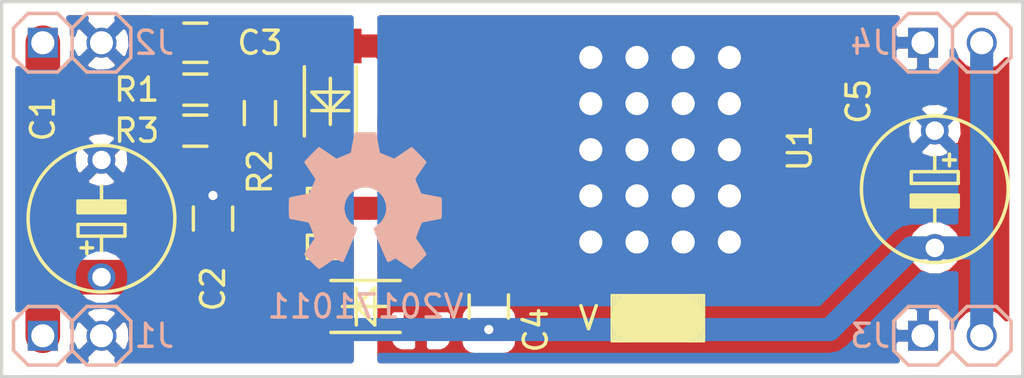
<source format=kicad_pcb>
(kicad_pcb (version 4) (host pcbnew 4.0.7-e2-6376~58~ubuntu17.04.1)

  (general
    (links 48)
    (no_connects 0)
    (area 103.556999 57.836999 147.903001 74.243001)
    (thickness 1.6)
    (drawings 4)
    (tracks 43)
    (zones 0)
    (modules 18)
    (nets 5)
  )

  (page A4)
  (layers
    (0 F.Cu signal)
    (31 B.Cu signal)
    (32 B.Adhes user)
    (33 F.Adhes user)
    (34 B.Paste user)
    (35 F.Paste user)
    (36 B.SilkS user)
    (37 F.SilkS user)
    (38 B.Mask user)
    (39 F.Mask user)
    (40 Dwgs.User user)
    (41 Cmts.User user)
    (42 Eco1.User user)
    (43 Eco2.User user)
    (44 Edge.Cuts user)
    (45 Margin user)
    (46 B.CrtYd user)
    (47 F.CrtYd user)
    (48 B.Fab user)
    (49 F.Fab user)
  )

  (setup
    (last_trace_width 1)
    (user_trace_width 0.2)
    (user_trace_width 0.3)
    (user_trace_width 0.4)
    (user_trace_width 0.6)
    (user_trace_width 0.8)
    (user_trace_width 1)
    (user_trace_width 1.5)
    (user_trace_width 2)
    (trace_clearance 0.2)
    (zone_clearance 0.508)
    (zone_45_only no)
    (trace_min 0.2)
    (segment_width 0.2)
    (edge_width 0.15)
    (via_size 0.6)
    (via_drill 0.4)
    (via_min_size 0.4)
    (via_min_drill 0.3)
    (user_via 0.5 0.3)
    (user_via 0.6 0.4)
    (user_via 0.7 0.5)
    (user_via 0.8 0.6)
    (user_via 1 0.8)
    (user_via 1.3 1)
    (user_via 1.8 1.5)
    (user_via 2.3 2)
    (uvia_size 0.3)
    (uvia_drill 0.1)
    (uvias_allowed no)
    (uvia_min_size 0.2)
    (uvia_min_drill 0.1)
    (pcb_text_width 0.3)
    (pcb_text_size 1.5 1.5)
    (mod_edge_width 0.15)
    (mod_text_size 1 1)
    (mod_text_width 0.15)
    (pad_size 1.35 4.6)
    (pad_drill 0)
    (pad_to_mask_clearance 0.1)
    (aux_axis_origin 0 0)
    (visible_elements FFFFFF7F)
    (pcbplotparams
      (layerselection 0x00030_80000001)
      (usegerberextensions false)
      (excludeedgelayer true)
      (linewidth 0.100000)
      (plotframeref false)
      (viasonmask false)
      (mode 1)
      (useauxorigin false)
      (hpglpennumber 1)
      (hpglpenspeed 20)
      (hpglpendiameter 15)
      (hpglpenoverlay 2)
      (psnegative false)
      (psa4output false)
      (plotreference true)
      (plotvalue true)
      (plotinvisibletext false)
      (padsonsilk false)
      (subtractmaskfromsilk false)
      (outputformat 1)
      (mirror false)
      (drillshape 1)
      (scaleselection 1)
      (outputdirectory ""))
  )

  (net 0 "")
  (net 1 IN)
  (net 2 GND)
  (net 3 ADJ)
  (net 4 OUT)

  (net_class Default "This is the default net class."
    (clearance 0.2)
    (trace_width 0.25)
    (via_dia 0.6)
    (via_drill 0.4)
    (uvia_dia 0.3)
    (uvia_drill 0.1)
    (add_net ADJ)
    (add_net GND)
    (add_net IN)
    (add_net OUT)
  )

  (module SquantorRcl:CPOL-05-06 (layer F.Cu) (tedit 59DBBD21) (tstamp 59DBBC4D)
    (at 107.95 67.31 90)
    (descr "ELECTROLYTIC CAPACITOR")
    (tags "ELECTROLYTIC CAPACITOR")
    (path /59DBADF9)
    (attr virtual)
    (fp_text reference C1 (at 4.318 -2.54 90) (layer F.SilkS)
      (effects (font (size 1 1) (thickness 0.15)))
    )
    (fp_text value CP (at 0 4 90) (layer F.Fab) hide
      (effects (font (size 1 1) (thickness 0.15)))
    )
    (fp_line (start 0.5 -0.8) (end 0.5 0.8) (layer F.SilkS) (width 0.5))
    (fp_line (start 0.254 1.016) (end 0.762 1.016) (layer F.SilkS) (width 0.15))
    (fp_line (start 0.762 1.016) (end 0.762 -1.016) (layer F.SilkS) (width 0.15))
    (fp_line (start 0.254 -1.016) (end 0.762 -1.016) (layer F.SilkS) (width 0.15))
    (fp_line (start 0.254 1.016) (end 0.254 -1.016) (layer F.SilkS) (width 0.15))
    (fp_line (start -1.397 0) (end -0.762 0) (layer F.SilkS) (width 0.15))
    (fp_line (start -0.762 0) (end -0.762 1.016) (layer F.SilkS) (width 0.15))
    (fp_line (start -0.762 1.016) (end -0.254 1.016) (layer F.SilkS) (width 0.15))
    (fp_line (start -0.254 1.016) (end -0.254 -1.016) (layer F.SilkS) (width 0.15))
    (fp_line (start -0.254 -1.016) (end -0.762 -1.016) (layer F.SilkS) (width 0.15))
    (fp_line (start -0.762 -1.016) (end -0.762 0) (layer F.SilkS) (width 0.15))
    (fp_line (start 0.635 0) (end 1.397 0) (layer F.SilkS) (width 0.15))
    (fp_line (start -1.524 -0.635) (end -1.016 -0.635) (layer F.SilkS) (width 0.15))
    (fp_line (start -1.27 -0.381) (end -1.27 -0.889) (layer F.SilkS) (width 0.15))
    (fp_arc (start 0 0) (end -2.8702 -1.35636) (angle 129.3) (layer F.SilkS) (width 0.15))
    (fp_arc (start 0 0) (end 2.8702 1.35636) (angle 129.3) (layer F.SilkS) (width 0.15))
    (fp_arc (start 0 0) (end -2.8702 1.35636) (angle 50.6) (layer F.SilkS) (width 0.15))
    (fp_arc (start 0 0) (end 2.8702 -1.35636) (angle 50.6) (layer F.SilkS) (width 0.15))
    (pad 1 thru_hole circle (at -2.54 0 90) (size 1.2 1.2) (drill 0.8) (layers *.Cu *.Mask)
      (net 1 IN))
    (pad 2 thru_hole circle (at 2.54 0 90) (size 1.2 1.2) (drill 0.8) (layers *.Cu *.Mask)
      (net 2 GND))
  )

  (module SquantorRcl:C_0805 (layer F.Cu) (tedit 59DBBD24) (tstamp 59DBBC53)
    (at 112.776 67.31 90)
    (descr "Capacitor SMD 0805, reflow soldering, AVX (see smccp.pdf)")
    (tags "capacitor 0805")
    (path /59DBADC8)
    (attr smd)
    (fp_text reference C2 (at -3.048 0 90) (layer F.SilkS)
      (effects (font (size 1 1) (thickness 0.15)))
    )
    (fp_text value C (at 0 2.1 90) (layer F.Fab) hide
      (effects (font (size 1 1) (thickness 0.15)))
    )
    (fp_line (start -1 0.625) (end -1 -0.625) (layer F.Fab) (width 0.15))
    (fp_line (start 1 0.625) (end -1 0.625) (layer F.Fab) (width 0.15))
    (fp_line (start 1 -0.625) (end 1 0.625) (layer F.Fab) (width 0.15))
    (fp_line (start -1 -0.625) (end 1 -0.625) (layer F.Fab) (width 0.15))
    (fp_line (start -1.8 -1) (end 1.8 -1) (layer F.CrtYd) (width 0.05))
    (fp_line (start -1.8 1) (end 1.8 1) (layer F.CrtYd) (width 0.05))
    (fp_line (start -1.8 -1) (end -1.8 1) (layer F.CrtYd) (width 0.05))
    (fp_line (start 1.8 -1) (end 1.8 1) (layer F.CrtYd) (width 0.05))
    (fp_line (start 0.5 -0.85) (end -0.5 -0.85) (layer F.SilkS) (width 0.15))
    (fp_line (start -0.5 0.85) (end 0.5 0.85) (layer F.SilkS) (width 0.15))
    (pad 1 smd rect (at -1 0 90) (size 1 1.25) (layers F.Cu F.Paste F.Mask)
      (net 1 IN))
    (pad 2 smd rect (at 1 0 90) (size 1 1.25) (layers F.Cu F.Paste F.Mask)
      (net 2 GND))
    (model Capacitors_SMD.3dshapes/C_0805.wrl
      (at (xyz 0 0 0))
      (scale (xyz 1 1 1))
      (rotate (xyz 0 0 0))
    )
  )

  (module SquantorRcl:C_0805 (layer F.Cu) (tedit 59DBBD31) (tstamp 59DBBC59)
    (at 112.014 59.69 180)
    (descr "Capacitor SMD 0805, reflow soldering, AVX (see smccp.pdf)")
    (tags "capacitor 0805")
    (path /59DBB16A)
    (attr smd)
    (fp_text reference C3 (at -2.794 0 180) (layer F.SilkS)
      (effects (font (size 1 1) (thickness 0.15)))
    )
    (fp_text value C (at 0 2.1 180) (layer F.Fab) hide
      (effects (font (size 1 1) (thickness 0.15)))
    )
    (fp_line (start -1 0.625) (end -1 -0.625) (layer F.Fab) (width 0.15))
    (fp_line (start 1 0.625) (end -1 0.625) (layer F.Fab) (width 0.15))
    (fp_line (start 1 -0.625) (end 1 0.625) (layer F.Fab) (width 0.15))
    (fp_line (start -1 -0.625) (end 1 -0.625) (layer F.Fab) (width 0.15))
    (fp_line (start -1.8 -1) (end 1.8 -1) (layer F.CrtYd) (width 0.05))
    (fp_line (start -1.8 1) (end 1.8 1) (layer F.CrtYd) (width 0.05))
    (fp_line (start -1.8 -1) (end -1.8 1) (layer F.CrtYd) (width 0.05))
    (fp_line (start 1.8 -1) (end 1.8 1) (layer F.CrtYd) (width 0.05))
    (fp_line (start 0.5 -0.85) (end -0.5 -0.85) (layer F.SilkS) (width 0.15))
    (fp_line (start -0.5 0.85) (end 0.5 0.85) (layer F.SilkS) (width 0.15))
    (pad 1 smd rect (at -1 0 180) (size 1 1.25) (layers F.Cu F.Paste F.Mask)
      (net 3 ADJ))
    (pad 2 smd rect (at 1 0 180) (size 1 1.25) (layers F.Cu F.Paste F.Mask)
      (net 2 GND))
    (model Capacitors_SMD.3dshapes/C_0805.wrl
      (at (xyz 0 0 0))
      (scale (xyz 1 1 1))
      (rotate (xyz 0 0 0))
    )
  )

  (module SquantorRcl:C_0805 (layer F.Cu) (tedit 59DBBD49) (tstamp 59DBBC5F)
    (at 124.714 71.12 270)
    (descr "Capacitor SMD 0805, reflow soldering, AVX (see smccp.pdf)")
    (tags "capacitor 0805")
    (path /59DBB3BF)
    (attr smd)
    (fp_text reference C4 (at 1.016 -2.032 270) (layer F.SilkS)
      (effects (font (size 1 1) (thickness 0.15)))
    )
    (fp_text value C (at 0 2.1 270) (layer F.Fab) hide
      (effects (font (size 1 1) (thickness 0.15)))
    )
    (fp_line (start -1 0.625) (end -1 -0.625) (layer F.Fab) (width 0.15))
    (fp_line (start 1 0.625) (end -1 0.625) (layer F.Fab) (width 0.15))
    (fp_line (start 1 -0.625) (end 1 0.625) (layer F.Fab) (width 0.15))
    (fp_line (start -1 -0.625) (end 1 -0.625) (layer F.Fab) (width 0.15))
    (fp_line (start -1.8 -1) (end 1.8 -1) (layer F.CrtYd) (width 0.05))
    (fp_line (start -1.8 1) (end 1.8 1) (layer F.CrtYd) (width 0.05))
    (fp_line (start -1.8 -1) (end -1.8 1) (layer F.CrtYd) (width 0.05))
    (fp_line (start 1.8 -1) (end 1.8 1) (layer F.CrtYd) (width 0.05))
    (fp_line (start 0.5 -0.85) (end -0.5 -0.85) (layer F.SilkS) (width 0.15))
    (fp_line (start -0.5 0.85) (end 0.5 0.85) (layer F.SilkS) (width 0.15))
    (pad 1 smd rect (at -1 0 270) (size 1 1.25) (layers F.Cu F.Paste F.Mask)
      (net 4 OUT))
    (pad 2 smd rect (at 1 0 270) (size 1 1.25) (layers F.Cu F.Paste F.Mask)
      (net 2 GND))
    (model Capacitors_SMD.3dshapes/C_0805.wrl
      (at (xyz 0 0 0))
      (scale (xyz 1 1 1))
      (rotate (xyz 0 0 0))
    )
  )

  (module SquantorRcl:CPOL-05-06 (layer F.Cu) (tedit 59DBBD52) (tstamp 59DBBC65)
    (at 144.018 66.04 270)
    (descr "ELECTROLYTIC CAPACITOR")
    (tags "ELECTROLYTIC CAPACITOR")
    (path /59DBB41E)
    (attr virtual)
    (fp_text reference C5 (at -3.81 3.302 270) (layer F.SilkS)
      (effects (font (size 1 1) (thickness 0.15)))
    )
    (fp_text value CP (at 0 4 270) (layer F.Fab) hide
      (effects (font (size 1 1) (thickness 0.15)))
    )
    (fp_line (start 0.5 -0.8) (end 0.5 0.8) (layer F.SilkS) (width 0.5))
    (fp_line (start 0.254 1.016) (end 0.762 1.016) (layer F.SilkS) (width 0.15))
    (fp_line (start 0.762 1.016) (end 0.762 -1.016) (layer F.SilkS) (width 0.15))
    (fp_line (start 0.254 -1.016) (end 0.762 -1.016) (layer F.SilkS) (width 0.15))
    (fp_line (start 0.254 1.016) (end 0.254 -1.016) (layer F.SilkS) (width 0.15))
    (fp_line (start -1.397 0) (end -0.762 0) (layer F.SilkS) (width 0.15))
    (fp_line (start -0.762 0) (end -0.762 1.016) (layer F.SilkS) (width 0.15))
    (fp_line (start -0.762 1.016) (end -0.254 1.016) (layer F.SilkS) (width 0.15))
    (fp_line (start -0.254 1.016) (end -0.254 -1.016) (layer F.SilkS) (width 0.15))
    (fp_line (start -0.254 -1.016) (end -0.762 -1.016) (layer F.SilkS) (width 0.15))
    (fp_line (start -0.762 -1.016) (end -0.762 0) (layer F.SilkS) (width 0.15))
    (fp_line (start 0.635 0) (end 1.397 0) (layer F.SilkS) (width 0.15))
    (fp_line (start -1.524 -0.635) (end -1.016 -0.635) (layer F.SilkS) (width 0.15))
    (fp_line (start -1.27 -0.381) (end -1.27 -0.889) (layer F.SilkS) (width 0.15))
    (fp_arc (start 0 0) (end -2.8702 -1.35636) (angle 129.3) (layer F.SilkS) (width 0.15))
    (fp_arc (start 0 0) (end 2.8702 1.35636) (angle 129.3) (layer F.SilkS) (width 0.15))
    (fp_arc (start 0 0) (end -2.8702 1.35636) (angle 50.6) (layer F.SilkS) (width 0.15))
    (fp_arc (start 0 0) (end 2.8702 -1.35636) (angle 50.6) (layer F.SilkS) (width 0.15))
    (pad 1 thru_hole circle (at -2.54 0 270) (size 1.2 1.2) (drill 0.8) (layers *.Cu *.Mask)
      (net 4 OUT))
    (pad 2 thru_hole circle (at 2.54 0 270) (size 1.2 1.2) (drill 0.8) (layers *.Cu *.Mask)
      (net 2 GND))
  )

  (module SquantorDiodes:MELF_D_0207 (layer F.Cu) (tedit 59DBBD3E) (tstamp 59DBBC72)
    (at 119.38 71.12)
    (path /59DBBCD2)
    (fp_text reference D1 (at -1.778 -2.54) (layer F.SilkS)
      (effects (font (size 1 1) (thickness 0.15)))
    )
    (fp_text value D (at 0 2.3) (layer F.Fab) hide
      (effects (font (size 1 1) (thickness 0.15)))
    )
    (fp_line (start 1 0) (end -1 0) (layer F.SilkS) (width 0.15))
    (fp_line (start 0.4 0.8) (end -0.4 0) (layer F.SilkS) (width 0.15))
    (fp_line (start 0.4 -0.8) (end 0.4 0.8) (layer F.SilkS) (width 0.15))
    (fp_line (start -0.4 0) (end 0.4 -0.8) (layer F.SilkS) (width 0.15))
    (fp_line (start -0.4 -0.8) (end -0.4 0.8) (layer F.SilkS) (width 0.15))
    (fp_line (start -1.5 1.125) (end 1.5 1.125) (layer F.SilkS) (width 0.15))
    (fp_line (start -1.5 -1.125) (end 1.5 -1.125) (layer F.SilkS) (width 0.15))
    (pad 1 smd rect (at -2.4 0) (size 1.5 2.7) (layers F.Cu F.Paste F.Mask)
      (net 1 IN))
    (pad 2 smd rect (at 2.4 0) (size 1.5 2.7) (layers F.Cu F.Paste F.Mask)
      (net 4 OUT))
  )

  (module SquantorDiodes:MELF_D_0207 (layer F.Cu) (tedit 59DBBD3B) (tstamp 59DBBC7F)
    (at 117.856 62.23 90)
    (path /59DBBA28)
    (fp_text reference D2 (at -4.318 -0.254 180) (layer F.SilkS)
      (effects (font (size 1 1) (thickness 0.15)))
    )
    (fp_text value D (at 0 2.3 90) (layer F.Fab) hide
      (effects (font (size 1 1) (thickness 0.15)))
    )
    (fp_line (start 1 0) (end -1 0) (layer F.SilkS) (width 0.15))
    (fp_line (start 0.4 0.8) (end -0.4 0) (layer F.SilkS) (width 0.15))
    (fp_line (start 0.4 -0.8) (end 0.4 0.8) (layer F.SilkS) (width 0.15))
    (fp_line (start -0.4 0) (end 0.4 -0.8) (layer F.SilkS) (width 0.15))
    (fp_line (start -0.4 -0.8) (end -0.4 0.8) (layer F.SilkS) (width 0.15))
    (fp_line (start -1.5 1.125) (end 1.5 1.125) (layer F.SilkS) (width 0.15))
    (fp_line (start -1.5 -1.125) (end 1.5 -1.125) (layer F.SilkS) (width 0.15))
    (pad 1 smd rect (at -2.4 0 90) (size 1.5 2.7) (layers F.Cu F.Paste F.Mask)
      (net 4 OUT))
    (pad 2 smd rect (at 2.4 0 90) (size 1.5 2.7) (layers F.Cu F.Paste F.Mask)
      (net 3 ADJ))
  )

  (module SquantorConnectors:Header-0254-1X02-H010 (layer B.Cu) (tedit 59DBBD1B) (tstamp 59DBBC85)
    (at 106.68 72.39)
    (descr "PIN HEADER")
    (tags "PIN HEADER")
    (path /59DBBE19)
    (attr virtual)
    (fp_text reference J1 (at 3.556 0) (layer B.SilkS)
      (effects (font (size 1 1) (thickness 0.15)) (justify mirror))
    )
    (fp_text value PINS_1X02 (at 1.27 -2.54) (layer B.Fab) hide
      (effects (font (size 1 1) (thickness 0.15)) (justify mirror))
    )
    (fp_line (start -1.905 1.27) (end -0.635 1.27) (layer B.SilkS) (width 0.1524))
    (fp_line (start -0.635 1.27) (end 0 0.635) (layer B.SilkS) (width 0.1524))
    (fp_line (start 0 0.635) (end 0 -0.635) (layer B.SilkS) (width 0.1524))
    (fp_line (start 0 -0.635) (end -0.635 -1.27) (layer B.SilkS) (width 0.1524))
    (fp_line (start -2.54 0.635) (end -2.54 -0.635) (layer B.SilkS) (width 0.1524))
    (fp_line (start -1.905 1.27) (end -2.54 0.635) (layer B.SilkS) (width 0.1524))
    (fp_line (start -2.54 -0.635) (end -1.905 -1.27) (layer B.SilkS) (width 0.1524))
    (fp_line (start -0.635 -1.27) (end -1.905 -1.27) (layer B.SilkS) (width 0.1524))
    (fp_line (start 0 0.635) (end 0.635 1.27) (layer B.SilkS) (width 0.1524))
    (fp_line (start 0.635 1.27) (end 1.905 1.27) (layer B.SilkS) (width 0.1524))
    (fp_line (start 1.905 1.27) (end 2.54 0.635) (layer B.SilkS) (width 0.1524))
    (fp_line (start 2.54 0.635) (end 2.54 -0.635) (layer B.SilkS) (width 0.1524))
    (fp_line (start 2.54 -0.635) (end 1.905 -1.27) (layer B.SilkS) (width 0.1524))
    (fp_line (start 1.905 -1.27) (end 0.635 -1.27) (layer B.SilkS) (width 0.1524))
    (fp_line (start 0.635 -1.27) (end 0 -0.635) (layer B.SilkS) (width 0.1524))
    (pad 1 thru_hole rect (at -1.27 0 180) (size 1.3 1.3) (drill 1) (layers *.Cu *.Mask)
      (net 1 IN))
    (pad 2 thru_hole circle (at 1.27 0 180) (size 1.3 1.3) (drill 1) (layers *.Cu *.Mask)
      (net 2 GND))
  )

  (module SquantorConnectors:Header-0254-1X02-H010 (layer B.Cu) (tedit 59DBBD18) (tstamp 59DBBC8B)
    (at 106.68 59.69)
    (descr "PIN HEADER")
    (tags "PIN HEADER")
    (path /59DBBEF8)
    (attr virtual)
    (fp_text reference J2 (at 3.556 0) (layer B.SilkS)
      (effects (font (size 1 1) (thickness 0.15)) (justify mirror))
    )
    (fp_text value PINS_1X02 (at 1.27 -2.54) (layer B.Fab) hide
      (effects (font (size 1 1) (thickness 0.15)) (justify mirror))
    )
    (fp_line (start -1.905 1.27) (end -0.635 1.27) (layer B.SilkS) (width 0.1524))
    (fp_line (start -0.635 1.27) (end 0 0.635) (layer B.SilkS) (width 0.1524))
    (fp_line (start 0 0.635) (end 0 -0.635) (layer B.SilkS) (width 0.1524))
    (fp_line (start 0 -0.635) (end -0.635 -1.27) (layer B.SilkS) (width 0.1524))
    (fp_line (start -2.54 0.635) (end -2.54 -0.635) (layer B.SilkS) (width 0.1524))
    (fp_line (start -1.905 1.27) (end -2.54 0.635) (layer B.SilkS) (width 0.1524))
    (fp_line (start -2.54 -0.635) (end -1.905 -1.27) (layer B.SilkS) (width 0.1524))
    (fp_line (start -0.635 -1.27) (end -1.905 -1.27) (layer B.SilkS) (width 0.1524))
    (fp_line (start 0 0.635) (end 0.635 1.27) (layer B.SilkS) (width 0.1524))
    (fp_line (start 0.635 1.27) (end 1.905 1.27) (layer B.SilkS) (width 0.1524))
    (fp_line (start 1.905 1.27) (end 2.54 0.635) (layer B.SilkS) (width 0.1524))
    (fp_line (start 2.54 0.635) (end 2.54 -0.635) (layer B.SilkS) (width 0.1524))
    (fp_line (start 2.54 -0.635) (end 1.905 -1.27) (layer B.SilkS) (width 0.1524))
    (fp_line (start 1.905 -1.27) (end 0.635 -1.27) (layer B.SilkS) (width 0.1524))
    (fp_line (start 0.635 -1.27) (end 0 -0.635) (layer B.SilkS) (width 0.1524))
    (pad 1 thru_hole rect (at -1.27 0 180) (size 1.3 1.3) (drill 1) (layers *.Cu *.Mask)
      (net 1 IN))
    (pad 2 thru_hole circle (at 1.27 0 180) (size 1.3 1.3) (drill 1) (layers *.Cu *.Mask)
      (net 2 GND))
  )

  (module SquantorConnectors:Header-0254-1X02-H010 (layer B.Cu) (tedit 59DBBD45) (tstamp 59DBBC91)
    (at 144.78 72.39)
    (descr "PIN HEADER")
    (tags "PIN HEADER")
    (path /59DBC497)
    (attr virtual)
    (fp_text reference J3 (at -3.556 0) (layer B.SilkS)
      (effects (font (size 1 1) (thickness 0.15)) (justify mirror))
    )
    (fp_text value PINS_1X02 (at 1.27 -2.54) (layer B.Fab) hide
      (effects (font (size 1 1) (thickness 0.15)) (justify mirror))
    )
    (fp_line (start -1.905 1.27) (end -0.635 1.27) (layer B.SilkS) (width 0.1524))
    (fp_line (start -0.635 1.27) (end 0 0.635) (layer B.SilkS) (width 0.1524))
    (fp_line (start 0 0.635) (end 0 -0.635) (layer B.SilkS) (width 0.1524))
    (fp_line (start 0 -0.635) (end -0.635 -1.27) (layer B.SilkS) (width 0.1524))
    (fp_line (start -2.54 0.635) (end -2.54 -0.635) (layer B.SilkS) (width 0.1524))
    (fp_line (start -1.905 1.27) (end -2.54 0.635) (layer B.SilkS) (width 0.1524))
    (fp_line (start -2.54 -0.635) (end -1.905 -1.27) (layer B.SilkS) (width 0.1524))
    (fp_line (start -0.635 -1.27) (end -1.905 -1.27) (layer B.SilkS) (width 0.1524))
    (fp_line (start 0 0.635) (end 0.635 1.27) (layer B.SilkS) (width 0.1524))
    (fp_line (start 0.635 1.27) (end 1.905 1.27) (layer B.SilkS) (width 0.1524))
    (fp_line (start 1.905 1.27) (end 2.54 0.635) (layer B.SilkS) (width 0.1524))
    (fp_line (start 2.54 0.635) (end 2.54 -0.635) (layer B.SilkS) (width 0.1524))
    (fp_line (start 2.54 -0.635) (end 1.905 -1.27) (layer B.SilkS) (width 0.1524))
    (fp_line (start 1.905 -1.27) (end 0.635 -1.27) (layer B.SilkS) (width 0.1524))
    (fp_line (start 0.635 -1.27) (end 0 -0.635) (layer B.SilkS) (width 0.1524))
    (pad 1 thru_hole rect (at -1.27 0 180) (size 1.3 1.3) (drill 1) (layers *.Cu *.Mask)
      (net 4 OUT))
    (pad 2 thru_hole circle (at 1.27 0 180) (size 1.3 1.3) (drill 1) (layers *.Cu *.Mask)
      (net 2 GND))
  )

  (module SquantorConnectors:Header-0254-1X02-H010 (layer B.Cu) (tedit 59DBBD42) (tstamp 59DBBC97)
    (at 144.78 59.69)
    (descr "PIN HEADER")
    (tags "PIN HEADER")
    (path /59DBC50E)
    (attr virtual)
    (fp_text reference J4 (at -3.556 0) (layer B.SilkS)
      (effects (font (size 1 1) (thickness 0.15)) (justify mirror))
    )
    (fp_text value PINS_1X02 (at 1.27 -2.54) (layer B.Fab) hide
      (effects (font (size 1 1) (thickness 0.15)) (justify mirror))
    )
    (fp_line (start -1.905 1.27) (end -0.635 1.27) (layer B.SilkS) (width 0.1524))
    (fp_line (start -0.635 1.27) (end 0 0.635) (layer B.SilkS) (width 0.1524))
    (fp_line (start 0 0.635) (end 0 -0.635) (layer B.SilkS) (width 0.1524))
    (fp_line (start 0 -0.635) (end -0.635 -1.27) (layer B.SilkS) (width 0.1524))
    (fp_line (start -2.54 0.635) (end -2.54 -0.635) (layer B.SilkS) (width 0.1524))
    (fp_line (start -1.905 1.27) (end -2.54 0.635) (layer B.SilkS) (width 0.1524))
    (fp_line (start -2.54 -0.635) (end -1.905 -1.27) (layer B.SilkS) (width 0.1524))
    (fp_line (start -0.635 -1.27) (end -1.905 -1.27) (layer B.SilkS) (width 0.1524))
    (fp_line (start 0 0.635) (end 0.635 1.27) (layer B.SilkS) (width 0.1524))
    (fp_line (start 0.635 1.27) (end 1.905 1.27) (layer B.SilkS) (width 0.1524))
    (fp_line (start 1.905 1.27) (end 2.54 0.635) (layer B.SilkS) (width 0.1524))
    (fp_line (start 2.54 0.635) (end 2.54 -0.635) (layer B.SilkS) (width 0.1524))
    (fp_line (start 2.54 -0.635) (end 1.905 -1.27) (layer B.SilkS) (width 0.1524))
    (fp_line (start 1.905 -1.27) (end 0.635 -1.27) (layer B.SilkS) (width 0.1524))
    (fp_line (start 0.635 -1.27) (end 0 -0.635) (layer B.SilkS) (width 0.1524))
    (pad 1 thru_hole rect (at -1.27 0 180) (size 1.3 1.3) (drill 1) (layers *.Cu *.Mask)
      (net 4 OUT))
    (pad 2 thru_hole circle (at 1.27 0 180) (size 1.3 1.3) (drill 1) (layers *.Cu *.Mask)
      (net 2 GND))
  )

  (module SquantorRcl:R_0603_hand (layer F.Cu) (tedit 59DBBD38) (tstamp 59DBBC9D)
    (at 112.014 61.722 180)
    (descr "Resistor SMD 0603, reflow soldering, Vishay (see dcrcw.pdf)")
    (tags "resistor 0603")
    (path /59DBB021)
    (attr smd)
    (fp_text reference R1 (at 2.54 0 360) (layer F.SilkS)
      (effects (font (size 1 1) (thickness 0.15)))
    )
    (fp_text value R (at 0 1.9 180) (layer F.Fab) hide
      (effects (font (size 1 1) (thickness 0.15)))
    )
    (fp_line (start -0.8 0.4) (end -0.8 -0.4) (layer F.Fab) (width 0.1))
    (fp_line (start 0.8 0.4) (end -0.8 0.4) (layer F.Fab) (width 0.1))
    (fp_line (start 0.8 -0.4) (end 0.8 0.4) (layer F.Fab) (width 0.1))
    (fp_line (start -0.8 -0.4) (end 0.8 -0.4) (layer F.Fab) (width 0.1))
    (fp_line (start -1.5 -0.8) (end 1.5 -0.8) (layer F.CrtYd) (width 0.05))
    (fp_line (start -1.5 0.8) (end 1.5 0.8) (layer F.CrtYd) (width 0.05))
    (fp_line (start -1.5 -0.8) (end -1.5 0.8) (layer F.CrtYd) (width 0.05))
    (fp_line (start 1.5 -0.8) (end 1.5 0.8) (layer F.CrtYd) (width 0.05))
    (fp_line (start 0.5 0.675) (end -0.5 0.675) (layer F.SilkS) (width 0.15))
    (fp_line (start -0.5 -0.675) (end 0.5 -0.675) (layer F.SilkS) (width 0.15))
    (pad 1 smd rect (at -0.85 0 180) (size 0.7 0.9) (layers F.Cu F.Paste F.Mask)
      (net 3 ADJ))
    (pad 2 smd rect (at 0.85 0 180) (size 0.7 0.9) (layers F.Cu F.Paste F.Mask)
      (net 2 GND))
    (model Resistors_SMD.3dshapes/R_0603.wrl
      (at (xyz 0 0 0))
      (scale (xyz 1 1 1))
      (rotate (xyz 0 0 0))
    )
  )

  (module SquantorRcl:R_0603_hand (layer F.Cu) (tedit 59DBBD2D) (tstamp 59DBBCA3)
    (at 114.808 62.738 90)
    (descr "Resistor SMD 0603, reflow soldering, Vishay (see dcrcw.pdf)")
    (tags "resistor 0603")
    (path /59DBAF75)
    (attr smd)
    (fp_text reference R2 (at -2.54 0 90) (layer F.SilkS)
      (effects (font (size 1 1) (thickness 0.15)))
    )
    (fp_text value 220 (at 0 1.9 90) (layer F.Fab) hide
      (effects (font (size 1 1) (thickness 0.15)))
    )
    (fp_line (start -0.8 0.4) (end -0.8 -0.4) (layer F.Fab) (width 0.1))
    (fp_line (start 0.8 0.4) (end -0.8 0.4) (layer F.Fab) (width 0.1))
    (fp_line (start 0.8 -0.4) (end 0.8 0.4) (layer F.Fab) (width 0.1))
    (fp_line (start -0.8 -0.4) (end 0.8 -0.4) (layer F.Fab) (width 0.1))
    (fp_line (start -1.5 -0.8) (end 1.5 -0.8) (layer F.CrtYd) (width 0.05))
    (fp_line (start -1.5 0.8) (end 1.5 0.8) (layer F.CrtYd) (width 0.05))
    (fp_line (start -1.5 -0.8) (end -1.5 0.8) (layer F.CrtYd) (width 0.05))
    (fp_line (start 1.5 -0.8) (end 1.5 0.8) (layer F.CrtYd) (width 0.05))
    (fp_line (start 0.5 0.675) (end -0.5 0.675) (layer F.SilkS) (width 0.15))
    (fp_line (start -0.5 -0.675) (end 0.5 -0.675) (layer F.SilkS) (width 0.15))
    (pad 1 smd rect (at -0.85 0 90) (size 0.7 0.9) (layers F.Cu F.Paste F.Mask)
      (net 4 OUT))
    (pad 2 smd rect (at 0.85 0 90) (size 0.7 0.9) (layers F.Cu F.Paste F.Mask)
      (net 3 ADJ))
    (model Resistors_SMD.3dshapes/R_0603.wrl
      (at (xyz 0 0 0))
      (scale (xyz 1 1 1))
      (rotate (xyz 0 0 0))
    )
  )

  (module SquantorRcl:R_0603_hand (layer F.Cu) (tedit 59DBBD35) (tstamp 59DBBCA9)
    (at 112.014 63.5 180)
    (descr "Resistor SMD 0603, reflow soldering, Vishay (see dcrcw.pdf)")
    (tags "resistor 0603")
    (path /59DBB07D)
    (attr smd)
    (fp_text reference R3 (at 2.54 0 180) (layer F.SilkS)
      (effects (font (size 1 1) (thickness 0.15)))
    )
    (fp_text value R (at 0 1.9 180) (layer F.Fab) hide
      (effects (font (size 1 1) (thickness 0.15)))
    )
    (fp_line (start -0.8 0.4) (end -0.8 -0.4) (layer F.Fab) (width 0.1))
    (fp_line (start 0.8 0.4) (end -0.8 0.4) (layer F.Fab) (width 0.1))
    (fp_line (start 0.8 -0.4) (end 0.8 0.4) (layer F.Fab) (width 0.1))
    (fp_line (start -0.8 -0.4) (end 0.8 -0.4) (layer F.Fab) (width 0.1))
    (fp_line (start -1.5 -0.8) (end 1.5 -0.8) (layer F.CrtYd) (width 0.05))
    (fp_line (start -1.5 0.8) (end 1.5 0.8) (layer F.CrtYd) (width 0.05))
    (fp_line (start -1.5 -0.8) (end -1.5 0.8) (layer F.CrtYd) (width 0.05))
    (fp_line (start 1.5 -0.8) (end 1.5 0.8) (layer F.CrtYd) (width 0.05))
    (fp_line (start 0.5 0.675) (end -0.5 0.675) (layer F.SilkS) (width 0.15))
    (fp_line (start -0.5 -0.675) (end 0.5 -0.675) (layer F.SilkS) (width 0.15))
    (pad 1 smd rect (at -0.85 0 180) (size 0.7 0.9) (layers F.Cu F.Paste F.Mask)
      (net 3 ADJ))
    (pad 2 smd rect (at 0.85 0 180) (size 0.7 0.9) (layers F.Cu F.Paste F.Mask)
      (net 2 GND))
    (model Resistors_SMD.3dshapes/R_0603.wrl
      (at (xyz 0 0 0))
      (scale (xyz 1 1 1))
      (rotate (xyz 0 0 0))
    )
  )

  (module SquantorIC:TO-263-D2PAK-3-3-viapad (layer F.Cu) (tedit 59DBC49A) (tstamp 59DBBCC5)
    (at 126.128 64.326 270)
    (path /59DBAC0A)
    (fp_text reference U1 (at -0.064 -12.048 270) (layer F.SilkS)
      (effects (font (size 1 1) (thickness 0.15)))
    )
    (fp_text value LM317 (at 0 6.9 270) (layer F.Fab) hide
      (effects (font (size 1 1) (thickness 0.15)))
    )
    (pad 2 smd rect (at 0 -5.7) (size 9.4 10.8) (layers F.Cu F.Paste F.Mask)
      (net 4 OUT) (zone_connect 2))
    (pad 1 smd rect (at -2.54 3.3 90) (size 1.35 4.6) (layers F.Cu F.Paste F.Mask)
      (net 3 ADJ))
    (pad 3 smd rect (at 2.54 3.3 90) (size 1.35 4.6) (layers F.Cu F.Paste F.Mask)
      (net 1 IN))
    (pad 2 thru_hole rect (at -4 -9 90) (size 2 2) (drill 1) (layers *.Cu *.Mask)
      (net 4 OUT) (zone_connect 2))
    (pad 2 thru_hole rect (at -2 -9 90) (size 2 2) (drill 1) (layers *.Cu *.Mask)
      (net 4 OUT) (zone_connect 2))
    (pad 2 thru_hole rect (at 0 -9 90) (size 2 2) (drill 1) (layers *.Cu *.Mask)
      (net 4 OUT) (zone_connect 2))
    (pad 2 thru_hole rect (at 2 -9 90) (size 2 2) (drill 1) (layers *.Cu *.Mask)
      (net 4 OUT) (zone_connect 2))
    (pad 2 thru_hole rect (at 4 -9 90) (size 2 2) (drill 1) (layers *.Cu *.Mask)
      (net 4 OUT) (zone_connect 2))
    (pad 2 thru_hole rect (at -4 -7 90) (size 2 2) (drill 1) (layers *.Cu *.Mask)
      (net 4 OUT) (zone_connect 2))
    (pad 2 thru_hole rect (at -4 -5 90) (size 2 2) (drill 1) (layers *.Cu *.Mask)
      (net 4 OUT) (zone_connect 2))
    (pad 2 thru_hole rect (at -4 -3 90) (size 2 2) (drill 1) (layers *.Cu *.Mask)
      (net 4 OUT) (zone_connect 2))
    (pad 2 thru_hole rect (at -2 -3 90) (size 2 2) (drill 1) (layers *.Cu *.Mask)
      (net 4 OUT) (zone_connect 2))
    (pad 2 thru_hole rect (at 4 -7 90) (size 2 2) (drill 1) (layers *.Cu *.Mask)
      (net 4 OUT) (zone_connect 2))
    (pad 2 thru_hole rect (at 4 -5 90) (size 2 2) (drill 1) (layers *.Cu *.Mask)
      (net 4 OUT) (zone_connect 2))
    (pad 2 thru_hole rect (at 4 -3 90) (size 2 2) (drill 1) (layers *.Cu *.Mask)
      (net 4 OUT) (zone_connect 2))
    (pad 2 thru_hole rect (at 2 -3 90) (size 2 2) (drill 1) (layers *.Cu *.Mask)
      (net 4 OUT) (zone_connect 2))
    (pad 2 thru_hole rect (at 0 -3 90) (size 2 2) (drill 1) (layers *.Cu *.Mask)
      (net 4 OUT) (zone_connect 2))
    (pad 2 thru_hole rect (at -2 -5 90) (size 2 2) (drill 1) (layers *.Cu *.Mask)
      (net 4 OUT) (zone_connect 2))
    (pad 2 thru_hole rect (at -2 -7 90) (size 2 2) (drill 1) (layers *.Cu *.Mask)
      (net 4 OUT) (zone_connect 2))
    (pad 2 thru_hole rect (at 0 -7 90) (size 2 2) (drill 1) (layers *.Cu *.Mask)
      (net 4 OUT) (zone_connect 2))
    (pad 2 thru_hole rect (at 0 -5 90) (size 2 2) (drill 1) (layers *.Cu *.Mask)
      (net 4 OUT) (zone_connect 2))
    (pad 2 thru_hole rect (at 2 -5 90) (size 2 2) (drill 1) (layers *.Cu *.Mask)
      (net 4 OUT) (zone_connect 2))
    (pad 2 thru_hole rect (at 2 -7 90) (size 2 2) (drill 1) (layers *.Cu *.Mask)
      (net 4 OUT) (zone_connect 2))
    (pad 2 smd rect (at 0 3.3 90) (size 1.35 4.6) (layers F.Cu F.Paste F.Mask)
      (net 4 OUT) (zone_connect 2))
  )

  (module SquantorLabels:Label_Note_small (layer F.Cu) (tedit 59D3F481) (tstamp 59DBC687)
    (at 129.032 71.628)
    (path /59DBC6A7)
    (fp_text reference N1 (at -0.05 -2.3) (layer F.Fab) hide
      (effects (font (size 1 1) (thickness 0.15)))
    )
    (fp_text value V (at 0 0) (layer F.SilkS)
      (effects (font (size 1 1) (thickness 0.15)))
    )
    (fp_line (start 4.9 -1) (end 4.9 1) (layer F.SilkS) (width 0.1))
    (fp_line (start 4.8 -1) (end 4.9 -1) (layer F.SilkS) (width 0.1))
    (fp_line (start 4.8 1) (end 4.8 -1) (layer F.SilkS) (width 0.1))
    (fp_line (start 4.7 -1) (end 4.7 1) (layer F.SilkS) (width 0.1))
    (fp_line (start 4.6 1) (end 4.6 -1) (layer F.SilkS) (width 0.1))
    (fp_line (start 4.5 -1) (end 4.5 1) (layer F.SilkS) (width 0.1))
    (fp_line (start 4.4 1) (end 4.4 -1) (layer F.SilkS) (width 0.1))
    (fp_line (start 4.3 -1) (end 4.3 1) (layer F.SilkS) (width 0.1))
    (fp_line (start 1.7 1) (end 1.7 -1) (layer F.SilkS) (width 0.1))
    (fp_line (start 1.6 -1) (end 1.6 1) (layer F.SilkS) (width 0.1))
    (fp_line (start 1.5 1) (end 1.5 -1) (layer F.SilkS) (width 0.1))
    (fp_line (start 1.4 -1) (end 1.4 1) (layer F.SilkS) (width 0.1))
    (fp_line (start 1.3 1) (end 1.3 -1) (layer F.SilkS) (width 0.1))
    (fp_line (start 1.2 -1) (end 1.2 1) (layer F.SilkS) (width 0.1))
    (fp_line (start 1.1 1) (end 1.1 -1) (layer F.SilkS) (width 0.1))
    (fp_line (start 1 1) (end 1 -1) (layer F.SilkS) (width 0.1))
    (fp_line (start 5 1) (end 1 1) (layer F.SilkS) (width 0.1))
    (fp_line (start 5 -1) (end 5 1) (layer F.SilkS) (width 0.1))
    (fp_line (start 1 -1) (end 5 -1) (layer F.SilkS) (width 0.1))
    (fp_line (start 2 0) (end 4 0) (layer F.SilkS) (width 2))
  )

  (module Symbols:OSHW-Symbol_6.7x6mm_SilkScreen (layer B.Cu) (tedit 0) (tstamp 59DBC68B)
    (at 119.38 66.548 180)
    (descr "Open Source Hardware Symbol")
    (tags "Logo Symbol OSHW")
    (path /59DBC620)
    (attr virtual)
    (fp_text reference N2 (at 0 0 180) (layer B.SilkS) hide
      (effects (font (size 1 1) (thickness 0.15)) (justify mirror))
    )
    (fp_text value OHWLOGO (at 0.75 0 180) (layer B.Fab) hide
      (effects (font (size 1 1) (thickness 0.15)) (justify mirror))
    )
    (fp_poly (pts (xy 0.555814 2.531069) (xy 0.639635 2.086445) (xy 0.94892 1.958947) (xy 1.258206 1.831449)
      (xy 1.629246 2.083754) (xy 1.733157 2.154004) (xy 1.827087 2.216728) (xy 1.906652 2.269062)
      (xy 1.96747 2.308143) (xy 2.005157 2.331107) (xy 2.015421 2.336058) (xy 2.03391 2.323324)
      (xy 2.07342 2.288118) (xy 2.129522 2.234938) (xy 2.197787 2.168282) (xy 2.273786 2.092646)
      (xy 2.353092 2.012528) (xy 2.431275 1.932426) (xy 2.503907 1.856836) (xy 2.566559 1.790255)
      (xy 2.614803 1.737182) (xy 2.64421 1.702113) (xy 2.651241 1.690377) (xy 2.641123 1.66874)
      (xy 2.612759 1.621338) (xy 2.569129 1.552807) (xy 2.513218 1.467785) (xy 2.448006 1.370907)
      (xy 2.410219 1.31565) (xy 2.341343 1.214752) (xy 2.28014 1.123701) (xy 2.229578 1.04703)
      (xy 2.192628 0.989272) (xy 2.172258 0.954957) (xy 2.169197 0.947746) (xy 2.176136 0.927252)
      (xy 2.195051 0.879487) (xy 2.223087 0.811168) (xy 2.257391 0.729011) (xy 2.295109 0.63973)
      (xy 2.333387 0.550042) (xy 2.36937 0.466662) (xy 2.400206 0.396306) (xy 2.423039 0.34569)
      (xy 2.435017 0.321529) (xy 2.435724 0.320578) (xy 2.454531 0.315964) (xy 2.504618 0.305672)
      (xy 2.580793 0.290713) (xy 2.677865 0.272099) (xy 2.790643 0.250841) (xy 2.856442 0.238582)
      (xy 2.97695 0.215638) (xy 3.085797 0.193805) (xy 3.177476 0.174278) (xy 3.246481 0.158252)
      (xy 3.287304 0.146921) (xy 3.295511 0.143326) (xy 3.303548 0.118994) (xy 3.310033 0.064041)
      (xy 3.31497 -0.015108) (xy 3.318364 -0.112026) (xy 3.320218 -0.220287) (xy 3.320538 -0.333465)
      (xy 3.319327 -0.445135) (xy 3.31659 -0.548868) (xy 3.312331 -0.638241) (xy 3.306555 -0.706826)
      (xy 3.299267 -0.748197) (xy 3.294895 -0.75681) (xy 3.268764 -0.767133) (xy 3.213393 -0.781892)
      (xy 3.136107 -0.799352) (xy 3.04423 -0.81778) (xy 3.012158 -0.823741) (xy 2.857524 -0.852066)
      (xy 2.735375 -0.874876) (xy 2.641673 -0.89308) (xy 2.572384 -0.907583) (xy 2.523471 -0.919292)
      (xy 2.490897 -0.929115) (xy 2.470628 -0.937956) (xy 2.458626 -0.946724) (xy 2.456947 -0.948457)
      (xy 2.440184 -0.976371) (xy 2.414614 -1.030695) (xy 2.382788 -1.104777) (xy 2.34726 -1.191965)
      (xy 2.310583 -1.285608) (xy 2.275311 -1.379052) (xy 2.243996 -1.465647) (xy 2.219193 -1.53874)
      (xy 2.203454 -1.591678) (xy 2.199332 -1.617811) (xy 2.199676 -1.618726) (xy 2.213641 -1.640086)
      (xy 2.245322 -1.687084) (xy 2.291391 -1.754827) (xy 2.348518 -1.838423) (xy 2.413373 -1.932982)
      (xy 2.431843 -1.959854) (xy 2.497699 -2.057275) (xy 2.55565 -2.146163) (xy 2.602538 -2.221412)
      (xy 2.635207 -2.27792) (xy 2.6505 -2.310581) (xy 2.651241 -2.314593) (xy 2.638392 -2.335684)
      (xy 2.602888 -2.377464) (xy 2.549293 -2.435445) (xy 2.482171 -2.505135) (xy 2.406087 -2.582045)
      (xy 2.325604 -2.661683) (xy 2.245287 -2.739561) (xy 2.169699 -2.811186) (xy 2.103405 -2.87207)
      (xy 2.050969 -2.917721) (xy 2.016955 -2.94365) (xy 2.007545 -2.947883) (xy 1.985643 -2.937912)
      (xy 1.9408 -2.91102) (xy 1.880321 -2.871736) (xy 1.833789 -2.840117) (xy 1.749475 -2.782098)
      (xy 1.649626 -2.713784) (xy 1.549473 -2.645579) (xy 1.495627 -2.609075) (xy 1.313371 -2.4858)
      (xy 1.160381 -2.56852) (xy 1.090682 -2.604759) (xy 1.031414 -2.632926) (xy 0.991311 -2.648991)
      (xy 0.981103 -2.651226) (xy 0.968829 -2.634722) (xy 0.944613 -2.588082) (xy 0.910263 -2.515609)
      (xy 0.867588 -2.421606) (xy 0.818394 -2.310374) (xy 0.76449 -2.186215) (xy 0.707684 -2.053432)
      (xy 0.649782 -1.916327) (xy 0.592593 -1.779202) (xy 0.537924 -1.646358) (xy 0.487584 -1.522098)
      (xy 0.44338 -1.410725) (xy 0.407119 -1.316539) (xy 0.380609 -1.243844) (xy 0.365658 -1.196941)
      (xy 0.363254 -1.180833) (xy 0.382311 -1.160286) (xy 0.424036 -1.126933) (xy 0.479706 -1.087702)
      (xy 0.484378 -1.084599) (xy 0.628264 -0.969423) (xy 0.744283 -0.835053) (xy 0.83143 -0.685784)
      (xy 0.888699 -0.525913) (xy 0.915086 -0.359737) (xy 0.909585 -0.191552) (xy 0.87119 -0.025655)
      (xy 0.798895 0.133658) (xy 0.777626 0.168513) (xy 0.666996 0.309263) (xy 0.536302 0.422286)
      (xy 0.390064 0.506997) (xy 0.232808 0.562806) (xy 0.069057 0.589126) (xy -0.096667 0.58537)
      (xy -0.259838 0.55095) (xy -0.415935 0.485277) (xy -0.560433 0.387765) (xy -0.605131 0.348187)
      (xy -0.718888 0.224297) (xy -0.801782 0.093876) (xy -0.858644 -0.052315) (xy -0.890313 -0.197088)
      (xy -0.898131 -0.35986) (xy -0.872062 -0.52344) (xy -0.814755 -0.682298) (xy -0.728856 -0.830906)
      (xy -0.617014 -0.963735) (xy -0.481877 -1.075256) (xy -0.464117 -1.087011) (xy -0.40785 -1.125508)
      (xy -0.365077 -1.158863) (xy -0.344628 -1.18016) (xy -0.344331 -1.180833) (xy -0.348721 -1.203871)
      (xy -0.366124 -1.256157) (xy -0.394732 -1.33339) (xy -0.432735 -1.431268) (xy -0.478326 -1.545491)
      (xy -0.529697 -1.671758) (xy -0.585038 -1.805767) (xy -0.642542 -1.943218) (xy -0.700399 -2.079808)
      (xy -0.756802 -2.211237) (xy -0.809942 -2.333205) (xy -0.85801 -2.441409) (xy -0.899199 -2.531549)
      (xy -0.931699 -2.599323) (xy -0.953703 -2.64043) (xy -0.962564 -2.651226) (xy -0.98964 -2.642819)
      (xy -1.040303 -2.620272) (xy -1.105817 -2.587613) (xy -1.141841 -2.56852) (xy -1.294832 -2.4858)
      (xy -1.477088 -2.609075) (xy -1.570125 -2.672228) (xy -1.671985 -2.741727) (xy -1.767438 -2.807165)
      (xy -1.81525 -2.840117) (xy -1.882495 -2.885273) (xy -1.939436 -2.921057) (xy -1.978646 -2.942938)
      (xy -1.991381 -2.947563) (xy -2.009917 -2.935085) (xy -2.050941 -2.900252) (xy -2.110475 -2.846678)
      (xy -2.184542 -2.777983) (xy -2.269165 -2.697781) (xy -2.322685 -2.646286) (xy -2.416319 -2.554286)
      (xy -2.497241 -2.471999) (xy -2.562177 -2.402945) (xy -2.607858 -2.350644) (xy -2.631011 -2.318616)
      (xy -2.633232 -2.312116) (xy -2.622924 -2.287394) (xy -2.594439 -2.237405) (xy -2.550937 -2.167212)
      (xy -2.495577 -2.081875) (xy -2.43152 -1.986456) (xy -2.413303 -1.959854) (xy -2.346927 -1.863167)
      (xy -2.287378 -1.776117) (xy -2.237984 -1.703595) (xy -2.202075 -1.650493) (xy -2.182981 -1.621703)
      (xy -2.181136 -1.618726) (xy -2.183895 -1.595782) (xy -2.198538 -1.545336) (xy -2.222513 -1.474041)
      (xy -2.253266 -1.388547) (xy -2.288244 -1.295507) (xy -2.324893 -1.201574) (xy -2.360661 -1.113399)
      (xy -2.392994 -1.037634) (xy -2.419338 -0.980931) (xy -2.437142 -0.949943) (xy -2.438407 -0.948457)
      (xy -2.449294 -0.939601) (xy -2.467682 -0.930843) (xy -2.497606 -0.921277) (xy -2.543103 -0.909996)
      (xy -2.608209 -0.896093) (xy -2.696961 -0.878663) (xy -2.813393 -0.856798) (xy -2.961542 -0.829591)
      (xy -2.993618 -0.823741) (xy -3.088686 -0.805374) (xy -3.171565 -0.787405) (xy -3.23493 -0.771569)
      (xy -3.271458 -0.7596) (xy -3.276356 -0.75681) (xy -3.284427 -0.732072) (xy -3.290987 -0.67679)
      (xy -3.296033 -0.597389) (xy -3.299559 -0.500296) (xy -3.301561 -0.391938) (xy -3.302036 -0.27874)
      (xy -3.300977 -0.167128) (xy -3.298382 -0.063529) (xy -3.294246 0.025632) (xy -3.288563 0.093928)
      (xy -3.281331 0.134934) (xy -3.276971 0.143326) (xy -3.252698 0.151792) (xy -3.197426 0.165565)
      (xy -3.116662 0.18345) (xy -3.015912 0.204252) (xy -2.900683 0.226777) (xy -2.837902 0.238582)
      (xy -2.718787 0.260849) (xy -2.612565 0.281021) (xy -2.524427 0.298085) (xy -2.459566 0.311031)
      (xy -2.423174 0.318845) (xy -2.417184 0.320578) (xy -2.407061 0.34011) (xy -2.385662 0.387157)
      (xy -2.355839 0.454997) (xy -2.320445 0.536909) (xy -2.282332 0.626172) (xy -2.244353 0.716065)
      (xy -2.20936 0.799865) (xy -2.180206 0.870853) (xy -2.159743 0.922306) (xy -2.150823 0.947503)
      (xy -2.150657 0.948604) (xy -2.160769 0.968481) (xy -2.189117 1.014223) (xy -2.232723 1.081283)
      (xy -2.288606 1.165116) (xy -2.353787 1.261174) (xy -2.391679 1.31635) (xy -2.460725 1.417519)
      (xy -2.52205 1.50937) (xy -2.572663 1.587256) (xy -2.609571 1.646531) (xy -2.629782 1.682549)
      (xy -2.632701 1.690623) (xy -2.620153 1.709416) (xy -2.585463 1.749543) (xy -2.533063 1.806507)
      (xy -2.467384 1.875815) (xy -2.392856 1.952969) (xy -2.313913 2.033475) (xy -2.234983 2.112837)
      (xy -2.1605 2.18656) (xy -2.094894 2.250148) (xy -2.042596 2.299106) (xy -2.008039 2.328939)
      (xy -1.996478 2.336058) (xy -1.977654 2.326047) (xy -1.932631 2.297922) (xy -1.865787 2.254546)
      (xy -1.781499 2.198782) (xy -1.684144 2.133494) (xy -1.610707 2.083754) (xy -1.239667 1.831449)
      (xy -0.621095 2.086445) (xy -0.537275 2.531069) (xy -0.453454 2.975693) (xy 0.471994 2.975693)
      (xy 0.555814 2.531069)) (layer B.SilkS) (width 0.01))
  )

  (module SquantorLabels:Label_version (layer F.Cu) (tedit 59D3ED5E) (tstamp 59DBC68F)
    (at 119.38 71.12)
    (path /59DBC5A7)
    (fp_text reference N3 (at 0 2) (layer F.Fab) hide
      (effects (font (size 1 1) (thickness 0.15)))
    )
    (fp_text value V20171011 (at 0 0) (layer B.SilkS)
      (effects (font (size 1 1) (thickness 0.15)) (justify mirror))
    )
  )

  (gr_line (start 147.828 74.168) (end 103.632 74.168) (angle 90) (layer Edge.Cuts) (width 0.15))
  (gr_line (start 147.828 57.912) (end 147.828 74.168) (angle 90) (layer Edge.Cuts) (width 0.15))
  (gr_line (start 103.632 57.912) (end 147.828 57.912) (angle 90) (layer Edge.Cuts) (width 0.15))
  (gr_line (start 103.632 74.168) (end 103.632 57.912) (angle 90) (layer Edge.Cuts) (width 0.15))

  (segment (start 122.828 66.866) (end 119.528 66.866) (width 1) (layer F.Cu) (net 1))
  (segment (start 119.528 66.866) (end 118.3 66.866) (width 1) (layer F.Cu) (net 1))
  (segment (start 105.41 59.69) (end 105.41 70.24) (width 1.5) (layer F.Cu) (net 1))
  (segment (start 107.95 69.85) (end 112.776 69.85) (width 1.5) (layer F.Cu) (net 1))
  (segment (start 112.776 69.85) (end 115.316 69.85) (width 1.5) (layer F.Cu) (net 1))
  (segment (start 112.776 68.31) (end 112.776 69.85) (width 1) (layer F.Cu) (net 1))
  (segment (start 116.762 71.12) (end 115.492 69.85) (width 1.5) (layer F.Cu) (net 1))
  (segment (start 115.492 69.85) (end 115.316 69.85) (width 1.5) (layer F.Cu) (net 1))
  (segment (start 115.316 69.85) (end 118.3 66.866) (width 1.5) (layer F.Cu) (net 1))
  (segment (start 105.8 69.85) (end 107.95 69.85) (width 1.5) (layer F.Cu) (net 1))
  (segment (start 105.41 72.39) (end 105.41 70.24) (width 1.5) (layer F.Cu) (net 1))
  (segment (start 105.41 70.24) (end 105.8 69.85) (width 1.5) (layer F.Cu) (net 1))
  (segment (start 124.714 72.12) (end 117.618 72.12) (width 1) (layer B.Cu) (net 2))
  (segment (start 124.714 72.12) (end 139.462 72.12) (width 1) (layer B.Cu) (net 2))
  (segment (start 139.462 72.12) (end 143.002 68.58) (width 1) (layer B.Cu) (net 2))
  (segment (start 143.169472 68.58) (end 143.002 68.58) (width 1) (layer B.Cu) (net 2))
  (segment (start 112.776 71.374) (end 112.776 66.31) (width 1) (layer B.Cu) (net 2))
  (via (at 112.776 66.31) (size 0.6) (drill 0.4) (layers F.Cu B.Cu) (net 2))
  (segment (start 113.522 72.12) (end 112.776 71.374) (width 1) (layer B.Cu) (net 2))
  (via (at 124.714 72.12) (size 0.6) (drill 0.4) (layers F.Cu B.Cu) (net 2))
  (segment (start 144.018 68.58) (end 143.169472 68.58) (width 1) (layer B.Cu) (net 2))
  (segment (start 146.05 60.609238) (end 146.05 68.58) (width 1) (layer B.Cu) (net 2))
  (segment (start 146.05 68.58) (end 146.05 72.39) (width 1) (layer B.Cu) (net 2))
  (segment (start 144.018 68.58) (end 146.05 68.58) (width 1) (layer B.Cu) (net 2))
  (segment (start 146.05 59.69) (end 146.05 60.609238) (width 1) (layer B.Cu) (net 2))
  (segment (start 113.958 61.888) (end 113.958 61.866) (width 0.6) (layer F.Cu) (net 3))
  (segment (start 113.958 61.866) (end 113.814 61.722) (width 0.6) (layer F.Cu) (net 3))
  (segment (start 113.814 61.722) (end 112.864 61.722) (width 0.6) (layer F.Cu) (net 3))
  (segment (start 114.808 61.888) (end 113.958 61.888) (width 0.6) (layer F.Cu) (net 3))
  (segment (start 112.864 61.126) (end 113.014 60.976) (width 0.6) (layer F.Cu) (net 3))
  (segment (start 113.014 60.976) (end 113.014 59.69) (width 0.6) (layer F.Cu) (net 3))
  (segment (start 112.864 61.722) (end 112.864 61.126) (width 0.6) (layer F.Cu) (net 3))
  (segment (start 112.864 63.5) (end 112.864 61.722) (width 0.6) (layer F.Cu) (net 3))
  (segment (start 117.856 59.83) (end 113.154 59.83) (width 1) (layer F.Cu) (net 3))
  (segment (start 113.154 59.83) (end 113.014 59.69) (width 1) (layer F.Cu) (net 3))
  (segment (start 122.828 61.786) (end 121.984 61.786) (width 1) (layer F.Cu) (net 3))
  (segment (start 121.984 61.786) (end 120.028 59.83) (width 1) (layer F.Cu) (net 3))
  (segment (start 120.028 59.83) (end 117.856 59.83) (width 1) (layer F.Cu) (net 3))
  (segment (start 117.856 64.63) (end 122.524 64.63) (width 1) (layer F.Cu) (net 4))
  (segment (start 122.524 64.63) (end 122.828 64.326) (width 1) (layer F.Cu) (net 4))
  (segment (start 117.856 64.63) (end 114.9 64.63) (width 0.6) (layer F.Cu) (net 4))
  (segment (start 114.9 64.63) (end 114.808 64.538) (width 0.6) (layer F.Cu) (net 4))
  (segment (start 114.808 64.538) (end 114.808 63.588) (width 0.6) (layer F.Cu) (net 4))

  (zone (net 4) (net_name OUT) (layer F.Cu) (tstamp 0) (hatch edge 0.508)
    (connect_pads (clearance 0.508))
    (min_thickness 0.254)
    (fill yes (arc_segments 16) (thermal_gap 0.508) (thermal_bridge_width 0.508))
    (polygon
      (pts
        (xy 147.828 57.912) (xy 119.888 57.912) (xy 119.888 74.168) (xy 147.828 74.168)
      )
    )
    (filled_polygon
      (pts
        (xy 142.321673 58.680301) (xy 142.225 58.91369) (xy 142.225 59.40425) (xy 142.38375 59.563) (xy 143.383 59.563)
        (xy 143.383 59.543) (xy 143.637 59.543) (xy 143.637 59.563) (xy 143.657 59.563) (xy 143.657 59.817)
        (xy 143.637 59.817) (xy 143.637 60.81625) (xy 143.79575 60.975) (xy 144.286309 60.975) (xy 144.519698 60.878327)
        (xy 144.698327 60.699699) (xy 144.795 60.46631) (xy 144.795 60.017626) (xy 144.959995 60.416943) (xy 145.321155 60.778735)
        (xy 145.793276 60.974777) (xy 146.304481 60.975223) (xy 146.776943 60.780005) (xy 147.118 60.439544) (xy 147.118 71.641013)
        (xy 146.778845 71.301265) (xy 146.306724 71.105223) (xy 145.795519 71.104777) (xy 145.323057 71.299995) (xy 144.961265 71.661155)
        (xy 144.795 72.061565) (xy 144.795 71.61369) (xy 144.698327 71.380301) (xy 144.519698 71.201673) (xy 144.286309 71.105)
        (xy 143.79575 71.105) (xy 143.637 71.26375) (xy 143.637 72.263) (xy 143.657 72.263) (xy 143.657 72.517)
        (xy 143.637 72.517) (xy 143.637 72.537) (xy 143.383 72.537) (xy 143.383 72.517) (xy 142.38375 72.517)
        (xy 142.225 72.67575) (xy 142.225 73.16631) (xy 142.321673 73.399699) (xy 142.379974 73.458) (xy 120.015 73.458)
        (xy 120.015 71.40575) (xy 120.395 71.40575) (xy 120.395 72.59631) (xy 120.491673 72.829699) (xy 120.670302 73.008327)
        (xy 120.903691 73.105) (xy 121.49425 73.105) (xy 121.653 72.94625) (xy 121.653 71.247) (xy 121.907 71.247)
        (xy 121.907 72.94625) (xy 122.06575 73.105) (xy 122.656309 73.105) (xy 122.889698 73.008327) (xy 123.068327 72.829699)
        (xy 123.165 72.59631) (xy 123.165 71.62) (xy 123.44156 71.62) (xy 123.44156 72.62) (xy 123.485838 72.855317)
        (xy 123.62491 73.071441) (xy 123.83711 73.216431) (xy 124.089 73.26744) (xy 125.339 73.26744) (xy 125.574317 73.223162)
        (xy 125.790441 73.08409) (xy 125.935431 72.87189) (xy 125.98644 72.62) (xy 125.98644 71.62) (xy 125.985253 71.61369)
        (xy 142.225 71.61369) (xy 142.225 72.10425) (xy 142.38375 72.263) (xy 143.383 72.263) (xy 143.383 71.26375)
        (xy 143.22425 71.105) (xy 142.733691 71.105) (xy 142.500302 71.201673) (xy 142.321673 71.380301) (xy 142.225 71.61369)
        (xy 125.985253 71.61369) (xy 125.942162 71.384683) (xy 125.80309 71.168559) (xy 125.734994 71.122031) (xy 125.877327 70.979698)
        (xy 125.974 70.746309) (xy 125.974 70.40575) (xy 125.81525 70.247) (xy 124.841 70.247) (xy 124.841 70.267)
        (xy 124.587 70.267) (xy 124.587 70.247) (xy 123.61275 70.247) (xy 123.454 70.40575) (xy 123.454 70.746309)
        (xy 123.550673 70.979698) (xy 123.69191 71.120936) (xy 123.637559 71.15591) (xy 123.492569 71.36811) (xy 123.44156 71.62)
        (xy 123.165 71.62) (xy 123.165 71.40575) (xy 123.00625 71.247) (xy 121.907 71.247) (xy 121.653 71.247)
        (xy 120.55375 71.247) (xy 120.395 71.40575) (xy 120.015 71.40575) (xy 120.015 69.64369) (xy 120.395 69.64369)
        (xy 120.395 70.83425) (xy 120.55375 70.993) (xy 121.653 70.993) (xy 121.653 69.29375) (xy 121.907 69.29375)
        (xy 121.907 70.993) (xy 123.00625 70.993) (xy 123.165 70.83425) (xy 123.165 69.64369) (xy 123.102869 69.493691)
        (xy 123.454 69.493691) (xy 123.454 69.83425) (xy 123.61275 69.993) (xy 124.587 69.993) (xy 124.587 69.14375)
        (xy 124.841 69.14375) (xy 124.841 69.993) (xy 125.81525 69.993) (xy 125.974 69.83425) (xy 125.974 69.493691)
        (xy 125.877327 69.260302) (xy 125.698699 69.081673) (xy 125.46531 68.985) (xy 124.99975 68.985) (xy 124.841 69.14375)
        (xy 124.587 69.14375) (xy 124.42825 68.985) (xy 123.96269 68.985) (xy 123.729301 69.081673) (xy 123.550673 69.260302)
        (xy 123.454 69.493691) (xy 123.102869 69.493691) (xy 123.068327 69.410301) (xy 122.889698 69.231673) (xy 122.656309 69.135)
        (xy 122.06575 69.135) (xy 121.907 69.29375) (xy 121.653 69.29375) (xy 121.49425 69.135) (xy 120.903691 69.135)
        (xy 120.670302 69.231673) (xy 120.491673 69.410301) (xy 120.395 69.64369) (xy 120.015 69.64369) (xy 120.015 68.824579)
        (xy 142.782786 68.824579) (xy 142.970408 69.278657) (xy 143.317515 69.626371) (xy 143.771266 69.814785) (xy 144.262579 69.815214)
        (xy 144.716657 69.627592) (xy 145.064371 69.280485) (xy 145.252785 68.826734) (xy 145.253214 68.335421) (xy 145.065592 67.881343)
        (xy 144.718485 67.533629) (xy 144.264734 67.345215) (xy 143.773421 67.344786) (xy 143.319343 67.532408) (xy 142.971629 67.879515)
        (xy 142.783215 68.333266) (xy 142.782786 68.824579) (xy 120.015 68.824579) (xy 120.015 68.001) (xy 120.076437 68.001)
        (xy 120.27611 68.137431) (xy 120.528 68.18844) (xy 125.128 68.18844) (xy 125.363317 68.144162) (xy 125.579441 68.00509)
        (xy 125.724431 67.79289) (xy 125.77544 67.541) (xy 125.77544 66.191) (xy 125.731162 65.955683) (xy 125.59209 65.739559)
        (xy 125.37989 65.594569) (xy 125.128 65.54356) (xy 120.528 65.54356) (xy 120.292683 65.587838) (xy 120.076559 65.72691)
        (xy 120.073764 65.731) (xy 120.015 65.731) (xy 120.015 64.362735) (xy 143.33487 64.362735) (xy 143.384383 64.588164)
        (xy 143.849036 64.747807) (xy 144.339413 64.717482) (xy 144.651617 64.588164) (xy 144.70113 64.362735) (xy 144.018 63.679605)
        (xy 143.33487 64.362735) (xy 120.015 64.362735) (xy 120.015 63.331036) (xy 142.770193 63.331036) (xy 142.800518 63.821413)
        (xy 142.929836 64.133617) (xy 143.155265 64.18313) (xy 143.838395 63.5) (xy 144.197605 63.5) (xy 144.880735 64.18313)
        (xy 145.106164 64.133617) (xy 145.265807 63.668964) (xy 145.235482 63.178587) (xy 145.106164 62.866383) (xy 144.880735 62.81687)
        (xy 144.197605 63.5) (xy 143.838395 63.5) (xy 143.155265 62.81687) (xy 142.929836 62.866383) (xy 142.770193 63.331036)
        (xy 120.015 63.331036) (xy 120.015 62.836433) (xy 120.06391 62.912441) (xy 120.27611 63.057431) (xy 120.528 63.10844)
        (xy 125.128 63.10844) (xy 125.363317 63.064162) (xy 125.579441 62.92509) (xy 125.724431 62.71289) (xy 125.739745 62.637265)
        (xy 143.33487 62.637265) (xy 144.018 63.320395) (xy 144.70113 62.637265) (xy 144.651617 62.411836) (xy 144.186964 62.252193)
        (xy 143.696587 62.282518) (xy 143.384383 62.411836) (xy 143.33487 62.637265) (xy 125.739745 62.637265) (xy 125.77544 62.461)
        (xy 125.77544 61.111) (xy 125.731162 60.875683) (xy 125.59209 60.659559) (xy 125.37989 60.514569) (xy 125.128 60.46356)
        (xy 122.266692 60.46356) (xy 121.778882 59.97575) (xy 142.225 59.97575) (xy 142.225 60.46631) (xy 142.321673 60.699699)
        (xy 142.500302 60.878327) (xy 142.733691 60.975) (xy 143.22425 60.975) (xy 143.383 60.81625) (xy 143.383 59.817)
        (xy 142.38375 59.817) (xy 142.225 59.97575) (xy 121.778882 59.97575) (xy 120.830566 59.027434) (xy 120.734219 58.963057)
        (xy 120.462346 58.781397) (xy 120.028 58.695) (xy 120.015 58.695) (xy 120.015 58.622) (xy 142.379974 58.622)
      )
    )
  )
  (zone (net 4) (net_name OUT) (layer B.Cu) (tstamp 0) (hatch edge 0.508)
    (connect_pads (clearance 0.508))
    (min_thickness 0.254)
    (fill yes (arc_segments 16) (thermal_gap 0.508) (thermal_bridge_width 0.508))
    (polygon
      (pts
        (xy 147.828 57.912) (xy 119.888 57.912) (xy 119.888 74.168) (xy 147.828 74.168)
      )
    )
    (filled_polygon
      (pts
        (xy 143.771266 69.814785) (xy 144.262579 69.815214) (xy 144.505114 69.715) (xy 144.915 69.715) (xy 144.915 71.772573)
        (xy 144.795 72.061565) (xy 144.795 71.61369) (xy 144.698327 71.380301) (xy 144.519698 71.201673) (xy 144.286309 71.105)
        (xy 143.79575 71.105) (xy 143.637 71.26375) (xy 143.637 72.263) (xy 143.657 72.263) (xy 143.657 72.517)
        (xy 143.637 72.517) (xy 143.637 72.537) (xy 143.383 72.537) (xy 143.383 72.517) (xy 142.38375 72.517)
        (xy 142.225 72.67575) (xy 142.225 73.16631) (xy 142.321673 73.399699) (xy 142.379974 73.458) (xy 120.015 73.458)
        (xy 120.015 73.255) (xy 139.462 73.255) (xy 139.896346 73.168603) (xy 140.264566 72.922566) (xy 141.573442 71.61369)
        (xy 142.225 71.61369) (xy 142.225 72.10425) (xy 142.38375 72.263) (xy 143.383 72.263) (xy 143.383 71.26375)
        (xy 143.22425 71.105) (xy 142.733691 71.105) (xy 142.500302 71.201673) (xy 142.321673 71.380301) (xy 142.225 71.61369)
        (xy 141.573442 71.61369) (xy 143.472132 69.715) (xy 143.530957 69.715)
      )
    )
    (filled_polygon
      (pts
        (xy 142.321673 58.680301) (xy 142.225 58.91369) (xy 142.225 59.40425) (xy 142.38375 59.563) (xy 143.383 59.563)
        (xy 143.383 59.543) (xy 143.637 59.543) (xy 143.637 59.563) (xy 143.657 59.563) (xy 143.657 59.817)
        (xy 143.637 59.817) (xy 143.637 60.81625) (xy 143.79575 60.975) (xy 144.286309 60.975) (xy 144.519698 60.878327)
        (xy 144.698327 60.699699) (xy 144.795 60.46631) (xy 144.795 60.017626) (xy 144.915 60.308047) (xy 144.915 62.824396)
        (xy 144.880735 62.81687) (xy 144.197605 63.5) (xy 144.880735 64.18313) (xy 144.915 64.175604) (xy 144.915 67.445)
        (xy 144.505043 67.445) (xy 144.264734 67.345215) (xy 143.773421 67.344786) (xy 143.530886 67.445) (xy 143.002 67.445)
        (xy 142.567654 67.531397) (xy 142.199434 67.777434) (xy 138.991868 70.985) (xy 120.015 70.985) (xy 120.015 64.362735)
        (xy 143.33487 64.362735) (xy 143.384383 64.588164) (xy 143.849036 64.747807) (xy 144.339413 64.717482) (xy 144.651617 64.588164)
        (xy 144.70113 64.362735) (xy 144.018 63.679605) (xy 143.33487 64.362735) (xy 120.015 64.362735) (xy 120.015 63.331036)
        (xy 142.770193 63.331036) (xy 142.800518 63.821413) (xy 142.929836 64.133617) (xy 143.155265 64.18313) (xy 143.838395 63.5)
        (xy 143.155265 62.81687) (xy 142.929836 62.866383) (xy 142.770193 63.331036) (xy 120.015 63.331036) (xy 120.015 62.637265)
        (xy 143.33487 62.637265) (xy 144.018 63.320395) (xy 144.70113 62.637265) (xy 144.651617 62.411836) (xy 144.186964 62.252193)
        (xy 143.696587 62.282518) (xy 143.384383 62.411836) (xy 143.33487 62.637265) (xy 120.015 62.637265) (xy 120.015 59.97575)
        (xy 142.225 59.97575) (xy 142.225 60.46631) (xy 142.321673 60.699699) (xy 142.500302 60.878327) (xy 142.733691 60.975)
        (xy 143.22425 60.975) (xy 143.383 60.81625) (xy 143.383 59.817) (xy 142.38375 59.817) (xy 142.225 59.97575)
        (xy 120.015 59.97575) (xy 120.015 58.622) (xy 142.379974 58.622)
      )
    )
  )
  (zone (net 2) (net_name GND) (layer F.Cu) (tstamp 0) (hatch edge 0.508)
    (connect_pads (clearance 0.508))
    (min_thickness 0.254)
    (fill yes (arc_segments 16) (thermal_gap 0.508) (thermal_bridge_width 0.508))
    (polygon
      (pts
        (xy 103.632 57.912) (xy 118.872 57.912) (xy 118.872 74.168) (xy 103.632 74.168)
      )
    )
    (filled_polygon
      (pts
        (xy 118.745 73.458) (xy 108.628606 73.458) (xy 108.66941 73.289016) (xy 107.95 72.569605) (xy 107.23059 73.289016)
        (xy 107.271394 73.458) (xy 106.542933 73.458) (xy 106.656431 73.29189) (xy 106.70744 73.04) (xy 106.70744 72.830194)
        (xy 106.714044 72.796991) (xy 106.820389 73.053729) (xy 107.050984 73.10941) (xy 107.770395 72.39) (xy 108.129605 72.39)
        (xy 108.849016 73.10941) (xy 109.079611 73.053729) (xy 109.247622 72.570922) (xy 109.218083 72.060572) (xy 109.079611 71.726271)
        (xy 108.849016 71.67059) (xy 108.129605 72.39) (xy 107.770395 72.39) (xy 107.050984 71.67059) (xy 106.820389 71.726271)
        (xy 106.795 71.79923) (xy 106.795 71.235) (xy 107.347565 71.235) (xy 107.286271 71.260389) (xy 107.23059 71.490984)
        (xy 107.95 72.210395) (xy 108.66941 71.490984) (xy 108.613729 71.260389) (xy 108.54077 71.235) (xy 114.918314 71.235)
        (xy 115.58256 71.899246) (xy 115.58256 72.47) (xy 115.626838 72.705317) (xy 115.76591 72.921441) (xy 115.97811 73.066431)
        (xy 116.23 73.11744) (xy 117.73 73.11744) (xy 117.965317 73.073162) (xy 118.181441 72.93409) (xy 118.326431 72.72189)
        (xy 118.37744 72.47) (xy 118.37744 69.77) (xy 118.333162 69.534683) (xy 118.19409 69.318559) (xy 117.98189 69.173569)
        (xy 117.956299 69.168387) (xy 118.745 68.379686)
      )
    )
    (filled_polygon
      (pts
        (xy 107.23059 58.790984) (xy 107.95 59.510395) (xy 108.66941 58.790984) (xy 108.628606 58.622) (xy 110.058974 58.622)
        (xy 109.975673 58.705301) (xy 109.879 58.93869) (xy 109.879 59.40425) (xy 110.03775 59.563) (xy 110.887 59.563)
        (xy 110.887 59.543) (xy 111.141 59.543) (xy 111.141 59.563) (xy 111.161 59.563) (xy 111.161 59.817)
        (xy 111.141 59.817) (xy 111.141 59.837) (xy 110.887 59.837) (xy 110.887 59.817) (xy 110.03775 59.817)
        (xy 109.879 59.97575) (xy 109.879 60.44131) (xy 109.975673 60.674699) (xy 110.154302 60.853327) (xy 110.281825 60.906149)
        (xy 110.275673 60.912301) (xy 110.179 61.14569) (xy 110.179 61.43625) (xy 110.33775 61.595) (xy 111.037 61.595)
        (xy 111.037 61.575) (xy 111.291 61.575) (xy 111.291 61.595) (xy 111.311 61.595) (xy 111.311 61.849)
        (xy 111.291 61.849) (xy 111.291 63.373) (xy 111.311 63.373) (xy 111.311 63.627) (xy 111.291 63.627)
        (xy 111.291 64.42625) (xy 111.44975 64.585) (xy 111.640309 64.585) (xy 111.873698 64.488327) (xy 112.014936 64.34709)
        (xy 112.04991 64.401441) (xy 112.26211 64.546431) (xy 112.514 64.59744) (xy 113.214 64.59744) (xy 113.449317 64.553162)
        (xy 113.665441 64.41409) (xy 113.79127 64.229933) (xy 113.873 64.356946) (xy 113.873 64.538) (xy 113.944173 64.895809)
        (xy 114.146855 65.199145) (xy 114.238855 65.291145) (xy 114.542191 65.493827) (xy 114.9 65.565) (xy 115.89337 65.565)
        (xy 115.902838 65.615317) (xy 116.04191 65.831441) (xy 116.25411 65.976431) (xy 116.506 66.02744) (xy 117.179874 66.02744)
        (xy 114.742314 68.465) (xy 114.04844 68.465) (xy 114.04844 67.81) (xy 114.004162 67.574683) (xy 113.86509 67.358559)
        (xy 113.796994 67.312031) (xy 113.939327 67.169698) (xy 114.036 66.936309) (xy 114.036 66.59575) (xy 113.87725 66.437)
        (xy 112.903 66.437) (xy 112.903 66.457) (xy 112.649 66.457) (xy 112.649 66.437) (xy 111.67475 66.437)
        (xy 111.516 66.59575) (xy 111.516 66.936309) (xy 111.612673 67.169698) (xy 111.75391 67.310936) (xy 111.699559 67.34591)
        (xy 111.554569 67.55811) (xy 111.50356 67.81) (xy 111.50356 68.465) (xy 106.795 68.465) (xy 106.795 65.632735)
        (xy 107.26687 65.632735) (xy 107.316383 65.858164) (xy 107.781036 66.017807) (xy 108.271413 65.987482) (xy 108.583617 65.858164)
        (xy 108.621938 65.683691) (xy 111.516 65.683691) (xy 111.516 66.02425) (xy 111.67475 66.183) (xy 112.649 66.183)
        (xy 112.649 65.33375) (xy 112.903 65.33375) (xy 112.903 66.183) (xy 113.87725 66.183) (xy 114.036 66.02425)
        (xy 114.036 65.683691) (xy 113.939327 65.450302) (xy 113.760699 65.271673) (xy 113.52731 65.175) (xy 113.06175 65.175)
        (xy 112.903 65.33375) (xy 112.649 65.33375) (xy 112.49025 65.175) (xy 112.02469 65.175) (xy 111.791301 65.271673)
        (xy 111.612673 65.450302) (xy 111.516 65.683691) (xy 108.621938 65.683691) (xy 108.63313 65.632735) (xy 107.95 64.949605)
        (xy 107.26687 65.632735) (xy 106.795 65.632735) (xy 106.795 65.242259) (xy 106.861836 65.403617) (xy 107.087265 65.45313)
        (xy 107.770395 64.77) (xy 108.129605 64.77) (xy 108.812735 65.45313) (xy 109.038164 65.403617) (xy 109.197807 64.938964)
        (xy 109.167482 64.448587) (xy 109.038164 64.136383) (xy 108.812735 64.08687) (xy 108.129605 64.77) (xy 107.770395 64.77)
        (xy 107.087265 64.08687) (xy 106.861836 64.136383) (xy 106.795 64.330914) (xy 106.795 63.907265) (xy 107.26687 63.907265)
        (xy 107.95 64.590395) (xy 108.63313 63.907265) (xy 108.606441 63.78575) (xy 110.179 63.78575) (xy 110.179 64.07631)
        (xy 110.275673 64.309699) (xy 110.454302 64.488327) (xy 110.687691 64.585) (xy 110.87825 64.585) (xy 111.037 64.42625)
        (xy 111.037 63.627) (xy 110.33775 63.627) (xy 110.179 63.78575) (xy 108.606441 63.78575) (xy 108.583617 63.681836)
        (xy 108.118964 63.522193) (xy 107.628587 63.552518) (xy 107.316383 63.681836) (xy 107.26687 63.907265) (xy 106.795 63.907265)
        (xy 106.795 62.00775) (xy 110.179 62.00775) (xy 110.179 62.29831) (xy 110.275673 62.531699) (xy 110.354974 62.611)
        (xy 110.275673 62.690301) (xy 110.179 62.92369) (xy 110.179 63.21425) (xy 110.33775 63.373) (xy 111.037 63.373)
        (xy 111.037 61.849) (xy 110.33775 61.849) (xy 110.179 62.00775) (xy 106.795 62.00775) (xy 106.795 60.589016)
        (xy 107.23059 60.589016) (xy 107.286271 60.819611) (xy 107.769078 60.987622) (xy 108.279428 60.958083) (xy 108.613729 60.819611)
        (xy 108.66941 60.589016) (xy 107.95 59.869605) (xy 107.23059 60.589016) (xy 106.795 60.589016) (xy 106.795 60.292435)
        (xy 106.820389 60.353729) (xy 107.050984 60.40941) (xy 107.770395 59.69) (xy 108.129605 59.69) (xy 108.849016 60.40941)
        (xy 109.079611 60.353729) (xy 109.247622 59.870922) (xy 109.218083 59.360572) (xy 109.079611 59.026271) (xy 108.849016 58.97059)
        (xy 108.129605 59.69) (xy 107.770395 59.69) (xy 107.050984 58.97059) (xy 106.820389 59.026271) (xy 106.720229 59.314099)
        (xy 106.70744 59.249806) (xy 106.70744 59.04) (xy 106.663162 58.804683) (xy 106.545609 58.622) (xy 107.271394 58.622)
      )
    )
  )
  (zone (net 2) (net_name GND) (layer B.Cu) (tstamp 0) (hatch edge 0.508)
    (connect_pads (clearance 0.508))
    (min_thickness 0.254)
    (fill yes (arc_segments 16) (thermal_gap 0.508) (thermal_bridge_width 0.508))
    (polygon
      (pts
        (xy 103.632 57.912) (xy 118.872 57.912) (xy 118.872 74.168) (xy 103.632 74.168)
      )
    )
    (filled_polygon
      (pts
        (xy 107.23059 58.790984) (xy 107.95 59.510395) (xy 108.66941 58.790984) (xy 108.628606 58.622) (xy 118.745 58.622)
        (xy 118.745 73.458) (xy 108.628606 73.458) (xy 108.66941 73.289016) (xy 107.95 72.569605) (xy 107.23059 73.289016)
        (xy 107.271394 73.458) (xy 106.542933 73.458) (xy 106.656431 73.29189) (xy 106.70744 73.04) (xy 106.70744 72.781046)
        (xy 106.820389 73.053729) (xy 107.050984 73.10941) (xy 107.770395 72.39) (xy 108.129605 72.39) (xy 108.849016 73.10941)
        (xy 109.079611 73.053729) (xy 109.247622 72.570922) (xy 109.218083 72.060572) (xy 109.079611 71.726271) (xy 108.849016 71.67059)
        (xy 108.129605 72.39) (xy 107.770395 72.39) (xy 107.050984 71.67059) (xy 106.820389 71.726271) (xy 106.70744 72.050848)
        (xy 106.70744 71.74) (xy 106.663162 71.504683) (xy 106.654347 71.490984) (xy 107.23059 71.490984) (xy 107.95 72.210395)
        (xy 108.66941 71.490984) (xy 108.613729 71.260389) (xy 108.130922 71.092378) (xy 107.620572 71.121917) (xy 107.286271 71.260389)
        (xy 107.23059 71.490984) (xy 106.654347 71.490984) (xy 106.52409 71.288559) (xy 106.31189 71.143569) (xy 106.06 71.09256)
        (xy 104.76 71.09256) (xy 104.524683 71.136838) (xy 104.342 71.254391) (xy 104.342 70.094579) (xy 106.714786 70.094579)
        (xy 106.902408 70.548657) (xy 107.249515 70.896371) (xy 107.703266 71.084785) (xy 108.194579 71.085214) (xy 108.648657 70.897592)
        (xy 108.996371 70.550485) (xy 109.184785 70.096734) (xy 109.185214 69.605421) (xy 108.997592 69.151343) (xy 108.650485 68.803629)
        (xy 108.196734 68.615215) (xy 107.705421 68.614786) (xy 107.251343 68.802408) (xy 106.903629 69.149515) (xy 106.715215 69.603266)
        (xy 106.714786 70.094579) (xy 104.342 70.094579) (xy 104.342 65.632735) (xy 107.26687 65.632735) (xy 107.316383 65.858164)
        (xy 107.781036 66.017807) (xy 108.271413 65.987482) (xy 108.583617 65.858164) (xy 108.63313 65.632735) (xy 107.95 64.949605)
        (xy 107.26687 65.632735) (xy 104.342 65.632735) (xy 104.342 64.601036) (xy 106.702193 64.601036) (xy 106.732518 65.091413)
        (xy 106.861836 65.403617) (xy 107.087265 65.45313) (xy 107.770395 64.77) (xy 108.129605 64.77) (xy 108.812735 65.45313)
        (xy 109.038164 65.403617) (xy 109.197807 64.938964) (xy 109.167482 64.448587) (xy 109.038164 64.136383) (xy 108.812735 64.08687)
        (xy 108.129605 64.77) (xy 107.770395 64.77) (xy 107.087265 64.08687) (xy 106.861836 64.136383) (xy 106.702193 64.601036)
        (xy 104.342 64.601036) (xy 104.342 63.907265) (xy 107.26687 63.907265) (xy 107.95 64.590395) (xy 108.63313 63.907265)
        (xy 108.583617 63.681836) (xy 108.118964 63.522193) (xy 107.628587 63.552518) (xy 107.316383 63.681836) (xy 107.26687 63.907265)
        (xy 104.342 63.907265) (xy 104.342 60.822933) (xy 104.50811 60.936431) (xy 104.76 60.98744) (xy 106.06 60.98744)
        (xy 106.295317 60.943162) (xy 106.511441 60.80409) (xy 106.656431 60.59189) (xy 106.657012 60.589016) (xy 107.23059 60.589016)
        (xy 107.286271 60.819611) (xy 107.769078 60.987622) (xy 108.279428 60.958083) (xy 108.613729 60.819611) (xy 108.66941 60.589016)
        (xy 107.95 59.869605) (xy 107.23059 60.589016) (xy 106.657012 60.589016) (xy 106.70744 60.34) (xy 106.70744 60.081046)
        (xy 106.820389 60.353729) (xy 107.050984 60.40941) (xy 107.770395 59.69) (xy 108.129605 59.69) (xy 108.849016 60.40941)
        (xy 109.079611 60.353729) (xy 109.247622 59.870922) (xy 109.218083 59.360572) (xy 109.079611 59.026271) (xy 108.849016 58.97059)
        (xy 108.129605 59.69) (xy 107.770395 59.69) (xy 107.050984 58.97059) (xy 106.820389 59.026271) (xy 106.70744 59.350848)
        (xy 106.70744 59.04) (xy 106.663162 58.804683) (xy 106.545609 58.622) (xy 107.271394 58.622)
      )
    )
  )
)

</source>
